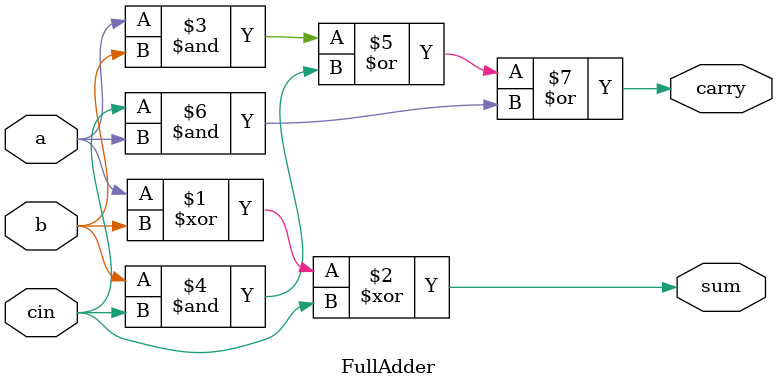
<source format=v>
`timescale 1ns / 1ps
module FullAdder(a,b,cin,sum,carry);
	input a,b,cin;
	output sum,carry;
	assign sum=a^b^cin;
	assign carry=(a&b)|(b&cin)|(cin&a);
	

endmodule

</source>
